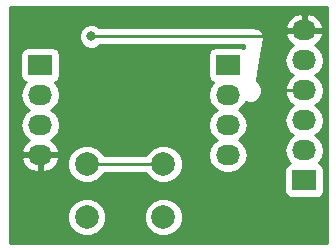
<source format=gbl>
G04 #@! TF.GenerationSoftware,KiCad,Pcbnew,(2017-01-24 revision 0b6147e)-makepkg*
G04 #@! TF.CreationDate,2017-01-29T22:57:48+05:30*
G04 #@! TF.ProjectId,attiny13a,617474696E793133612E6B696361645F,0.1*
G04 #@! TF.FileFunction,Copper,L2,Bot,Signal*
G04 #@! TF.FilePolarity,Positive*
%FSLAX46Y46*%
G04 Gerber Fmt 4.6, Leading zero omitted, Abs format (unit mm)*
G04 Created by KiCad (PCBNEW (2017-01-24 revision 0b6147e)-makepkg) date 01/29/17 22:57:48*
%MOMM*%
%LPD*%
G01*
G04 APERTURE LIST*
%ADD10C,0.100000*%
%ADD11C,2.000000*%
%ADD12O,2.032000X1.727200*%
%ADD13R,2.032000X1.727200*%
%ADD14C,0.800000*%
%ADD15C,0.250000*%
%ADD16C,0.254000*%
G04 APERTURE END LIST*
D10*
D11*
X126873000Y-102036000D03*
X126873000Y-97536000D03*
X133373000Y-102036000D03*
X133373000Y-97536000D03*
D12*
X138811000Y-96774000D03*
X138811000Y-94234000D03*
X138811000Y-91694000D03*
D13*
X138811000Y-89154000D03*
X122936000Y-89154000D03*
D12*
X122936000Y-91694000D03*
X122936000Y-94234000D03*
X122936000Y-96774000D03*
X145288000Y-86233000D03*
X145288000Y-88773000D03*
X145288000Y-91313000D03*
X145288000Y-93853000D03*
X145288000Y-96393000D03*
D13*
X145288000Y-98933000D03*
D14*
X127254000Y-86741000D03*
D15*
X145288000Y-91313000D02*
X142367000Y-91313000D01*
X128016000Y-86741000D02*
X127254000Y-86741000D01*
X141097000Y-86741000D02*
X128016000Y-86741000D01*
X142240000Y-86741000D02*
X141097000Y-86741000D01*
X142240000Y-91186000D02*
X142240000Y-86741000D01*
X142367000Y-91313000D02*
X142240000Y-91186000D01*
X126873000Y-97536000D02*
X133373000Y-97536000D01*
D16*
G36*
X147193000Y-104192000D02*
X120344000Y-104192000D01*
X120344000Y-102359795D01*
X125237716Y-102359795D01*
X125486106Y-102960943D01*
X125945637Y-103421278D01*
X126546352Y-103670716D01*
X127196795Y-103671284D01*
X127797943Y-103422894D01*
X128258278Y-102963363D01*
X128507716Y-102362648D01*
X128507718Y-102359795D01*
X131737716Y-102359795D01*
X131986106Y-102960943D01*
X132445637Y-103421278D01*
X133046352Y-103670716D01*
X133696795Y-103671284D01*
X134297943Y-103422894D01*
X134758278Y-102963363D01*
X135007716Y-102362648D01*
X135008284Y-101712205D01*
X134759894Y-101111057D01*
X134300363Y-100650722D01*
X133699648Y-100401284D01*
X133049205Y-100400716D01*
X132448057Y-100649106D01*
X131987722Y-101108637D01*
X131738284Y-101709352D01*
X131737716Y-102359795D01*
X128507718Y-102359795D01*
X128508284Y-101712205D01*
X128259894Y-101111057D01*
X127800363Y-100650722D01*
X127199648Y-100401284D01*
X126549205Y-100400716D01*
X125948057Y-100649106D01*
X125487722Y-101108637D01*
X125238284Y-101709352D01*
X125237716Y-102359795D01*
X120344000Y-102359795D01*
X120344000Y-97133026D01*
X121328642Y-97133026D01*
X121331291Y-97148791D01*
X121585268Y-97676036D01*
X122021680Y-98065954D01*
X122574087Y-98259184D01*
X122809000Y-98114924D01*
X122809000Y-96901000D01*
X123063000Y-96901000D01*
X123063000Y-98114924D01*
X123297913Y-98259184D01*
X123850320Y-98065954D01*
X124081061Y-97859795D01*
X125237716Y-97859795D01*
X125486106Y-98460943D01*
X125945637Y-98921278D01*
X126546352Y-99170716D01*
X127196795Y-99171284D01*
X127797943Y-98922894D01*
X128258278Y-98463363D01*
X128327773Y-98296000D01*
X131917953Y-98296000D01*
X131986106Y-98460943D01*
X132445637Y-98921278D01*
X133046352Y-99170716D01*
X133696795Y-99171284D01*
X134297943Y-98922894D01*
X134758278Y-98463363D01*
X135007716Y-97862648D01*
X135008284Y-97212205D01*
X134759894Y-96611057D01*
X134300363Y-96150722D01*
X133699648Y-95901284D01*
X133049205Y-95900716D01*
X132448057Y-96149106D01*
X131987722Y-96608637D01*
X131918227Y-96776000D01*
X128328047Y-96776000D01*
X128259894Y-96611057D01*
X127800363Y-96150722D01*
X127199648Y-95901284D01*
X126549205Y-95900716D01*
X125948057Y-96149106D01*
X125487722Y-96608637D01*
X125238284Y-97209352D01*
X125237716Y-97859795D01*
X124081061Y-97859795D01*
X124286732Y-97676036D01*
X124540709Y-97148791D01*
X124543358Y-97133026D01*
X124422217Y-96901000D01*
X123063000Y-96901000D01*
X122809000Y-96901000D01*
X121449783Y-96901000D01*
X121328642Y-97133026D01*
X120344000Y-97133026D01*
X120344000Y-91694000D01*
X121252655Y-91694000D01*
X121366729Y-92267489D01*
X121691585Y-92753670D01*
X122006366Y-92964000D01*
X121691585Y-93174330D01*
X121366729Y-93660511D01*
X121252655Y-94234000D01*
X121366729Y-94807489D01*
X121691585Y-95293670D01*
X122001069Y-95500461D01*
X121585268Y-95871964D01*
X121331291Y-96399209D01*
X121328642Y-96414974D01*
X121449783Y-96647000D01*
X122809000Y-96647000D01*
X122809000Y-96627000D01*
X123063000Y-96627000D01*
X123063000Y-96647000D01*
X124422217Y-96647000D01*
X124543358Y-96414974D01*
X124540709Y-96399209D01*
X124286732Y-95871964D01*
X123870931Y-95500461D01*
X124180415Y-95293670D01*
X124505271Y-94807489D01*
X124619345Y-94234000D01*
X124505271Y-93660511D01*
X124180415Y-93174330D01*
X123865634Y-92964000D01*
X124180415Y-92753670D01*
X124505271Y-92267489D01*
X124619345Y-91694000D01*
X124505271Y-91120511D01*
X124180415Y-90634330D01*
X124163434Y-90622984D01*
X124199765Y-90615757D01*
X124409809Y-90475409D01*
X124550157Y-90265365D01*
X124599440Y-90017600D01*
X124599440Y-88290400D01*
X124550157Y-88042635D01*
X124409809Y-87832591D01*
X124199765Y-87692243D01*
X123952000Y-87642960D01*
X121920000Y-87642960D01*
X121672235Y-87692243D01*
X121462191Y-87832591D01*
X121321843Y-88042635D01*
X121272560Y-88290400D01*
X121272560Y-90017600D01*
X121321843Y-90265365D01*
X121462191Y-90475409D01*
X121672235Y-90615757D01*
X121708566Y-90622984D01*
X121691585Y-90634330D01*
X121366729Y-91120511D01*
X121252655Y-91694000D01*
X120344000Y-91694000D01*
X120344000Y-86945971D01*
X126218821Y-86945971D01*
X126376058Y-87326515D01*
X126666954Y-87617919D01*
X127047223Y-87775820D01*
X127458971Y-87776179D01*
X127839515Y-87618942D01*
X127957663Y-87501000D01*
X140217061Y-87501000D01*
X140178722Y-87761706D01*
X140074765Y-87692243D01*
X139827000Y-87642960D01*
X137795000Y-87642960D01*
X137547235Y-87692243D01*
X137337191Y-87832591D01*
X137196843Y-88042635D01*
X137147560Y-88290400D01*
X137147560Y-90017600D01*
X137196843Y-90265365D01*
X137337191Y-90475409D01*
X137547235Y-90615757D01*
X137583566Y-90622984D01*
X137566585Y-90634330D01*
X137241729Y-91120511D01*
X137127655Y-91694000D01*
X137241729Y-92267489D01*
X137566585Y-92753670D01*
X137881366Y-92964000D01*
X137566585Y-93174330D01*
X137241729Y-93660511D01*
X137127655Y-94234000D01*
X137241729Y-94807489D01*
X137566585Y-95293670D01*
X137881366Y-95504000D01*
X137566585Y-95714330D01*
X137241729Y-96200511D01*
X137127655Y-96774000D01*
X137241729Y-97347489D01*
X137566585Y-97833670D01*
X138052766Y-98158526D01*
X138626255Y-98272600D01*
X138995745Y-98272600D01*
X139569234Y-98158526D01*
X140055415Y-97833670D01*
X140380271Y-97347489D01*
X140494345Y-96774000D01*
X140380271Y-96200511D01*
X140055415Y-95714330D01*
X139740634Y-95504000D01*
X140055415Y-95293670D01*
X140380271Y-94807489D01*
X140494345Y-94234000D01*
X140380271Y-93660511D01*
X140055415Y-93174330D01*
X139740634Y-92964000D01*
X140055415Y-92753670D01*
X140366261Y-92288457D01*
X140509223Y-92347820D01*
X140920971Y-92348179D01*
X141301515Y-92190942D01*
X141592919Y-91900046D01*
X141750820Y-91519777D01*
X141751179Y-91108029D01*
X141593942Y-90727485D01*
X141319374Y-90452438D01*
X141566350Y-88773000D01*
X143604655Y-88773000D01*
X143718729Y-89346489D01*
X144043585Y-89832670D01*
X144358366Y-90043000D01*
X144043585Y-90253330D01*
X143718729Y-90739511D01*
X143604655Y-91313000D01*
X143718729Y-91886489D01*
X144043585Y-92372670D01*
X144358366Y-92583000D01*
X144043585Y-92793330D01*
X143718729Y-93279511D01*
X143604655Y-93853000D01*
X143718729Y-94426489D01*
X144043585Y-94912670D01*
X144358366Y-95123000D01*
X144043585Y-95333330D01*
X143718729Y-95819511D01*
X143604655Y-96393000D01*
X143718729Y-96966489D01*
X144043585Y-97452670D01*
X144060566Y-97464016D01*
X144024235Y-97471243D01*
X143814191Y-97611591D01*
X143673843Y-97821635D01*
X143624560Y-98069400D01*
X143624560Y-99796600D01*
X143673843Y-100044365D01*
X143814191Y-100254409D01*
X144024235Y-100394757D01*
X144272000Y-100444040D01*
X146304000Y-100444040D01*
X146551765Y-100394757D01*
X146761809Y-100254409D01*
X146902157Y-100044365D01*
X146951440Y-99796600D01*
X146951440Y-98069400D01*
X146902157Y-97821635D01*
X146761809Y-97611591D01*
X146551765Y-97471243D01*
X146515434Y-97464016D01*
X146532415Y-97452670D01*
X146857271Y-96966489D01*
X146971345Y-96393000D01*
X146857271Y-95819511D01*
X146532415Y-95333330D01*
X146217634Y-95123000D01*
X146532415Y-94912670D01*
X146857271Y-94426489D01*
X146971345Y-93853000D01*
X146857271Y-93279511D01*
X146532415Y-92793330D01*
X146217634Y-92583000D01*
X146532415Y-92372670D01*
X146857271Y-91886489D01*
X146971345Y-91313000D01*
X146857271Y-90739511D01*
X146532415Y-90253330D01*
X146217634Y-90043000D01*
X146532415Y-89832670D01*
X146857271Y-89346489D01*
X146971345Y-88773000D01*
X146857271Y-88199511D01*
X146532415Y-87713330D01*
X146222931Y-87506539D01*
X146638732Y-87135036D01*
X146892709Y-86607791D01*
X146895358Y-86592026D01*
X146774217Y-86360000D01*
X145415000Y-86360000D01*
X145415000Y-86380000D01*
X145161000Y-86380000D01*
X145161000Y-86360000D01*
X143801783Y-86360000D01*
X143680642Y-86592026D01*
X143683291Y-86607791D01*
X143937268Y-87135036D01*
X144353069Y-87506539D01*
X144043585Y-87713330D01*
X143718729Y-88199511D01*
X143604655Y-88773000D01*
X141566350Y-88773000D01*
X141848913Y-86851576D01*
X141846102Y-86795786D01*
X141857000Y-86741000D01*
X141838709Y-86649047D01*
X141833992Y-86555415D01*
X141810046Y-86504949D01*
X141799148Y-86450161D01*
X141747061Y-86372208D01*
X141706871Y-86287506D01*
X141665435Y-86250045D01*
X141634401Y-86203599D01*
X141556445Y-86151511D01*
X141486902Y-86088639D01*
X141434286Y-86069887D01*
X141387839Y-86038852D01*
X141295888Y-86020562D01*
X141207575Y-85989087D01*
X141151787Y-85991898D01*
X141097000Y-85981000D01*
X127957761Y-85981000D01*
X127850922Y-85873974D01*
X143680642Y-85873974D01*
X143801783Y-86106000D01*
X145161000Y-86106000D01*
X145161000Y-84892076D01*
X145415000Y-84892076D01*
X145415000Y-86106000D01*
X146774217Y-86106000D01*
X146895358Y-85873974D01*
X146892709Y-85858209D01*
X146638732Y-85330964D01*
X146202320Y-84941046D01*
X145649913Y-84747816D01*
X145415000Y-84892076D01*
X145161000Y-84892076D01*
X144926087Y-84747816D01*
X144373680Y-84941046D01*
X143937268Y-85330964D01*
X143683291Y-85858209D01*
X143680642Y-85873974D01*
X127850922Y-85873974D01*
X127841046Y-85864081D01*
X127460777Y-85706180D01*
X127049029Y-85705821D01*
X126668485Y-85863058D01*
X126377081Y-86153954D01*
X126219180Y-86534223D01*
X126218821Y-86945971D01*
X120344000Y-86945971D01*
X120344000Y-84276000D01*
X147193000Y-84276000D01*
X147193000Y-104192000D01*
X147193000Y-104192000D01*
G37*
X147193000Y-104192000D02*
X120344000Y-104192000D01*
X120344000Y-102359795D01*
X125237716Y-102359795D01*
X125486106Y-102960943D01*
X125945637Y-103421278D01*
X126546352Y-103670716D01*
X127196795Y-103671284D01*
X127797943Y-103422894D01*
X128258278Y-102963363D01*
X128507716Y-102362648D01*
X128507718Y-102359795D01*
X131737716Y-102359795D01*
X131986106Y-102960943D01*
X132445637Y-103421278D01*
X133046352Y-103670716D01*
X133696795Y-103671284D01*
X134297943Y-103422894D01*
X134758278Y-102963363D01*
X135007716Y-102362648D01*
X135008284Y-101712205D01*
X134759894Y-101111057D01*
X134300363Y-100650722D01*
X133699648Y-100401284D01*
X133049205Y-100400716D01*
X132448057Y-100649106D01*
X131987722Y-101108637D01*
X131738284Y-101709352D01*
X131737716Y-102359795D01*
X128507718Y-102359795D01*
X128508284Y-101712205D01*
X128259894Y-101111057D01*
X127800363Y-100650722D01*
X127199648Y-100401284D01*
X126549205Y-100400716D01*
X125948057Y-100649106D01*
X125487722Y-101108637D01*
X125238284Y-101709352D01*
X125237716Y-102359795D01*
X120344000Y-102359795D01*
X120344000Y-97133026D01*
X121328642Y-97133026D01*
X121331291Y-97148791D01*
X121585268Y-97676036D01*
X122021680Y-98065954D01*
X122574087Y-98259184D01*
X122809000Y-98114924D01*
X122809000Y-96901000D01*
X123063000Y-96901000D01*
X123063000Y-98114924D01*
X123297913Y-98259184D01*
X123850320Y-98065954D01*
X124081061Y-97859795D01*
X125237716Y-97859795D01*
X125486106Y-98460943D01*
X125945637Y-98921278D01*
X126546352Y-99170716D01*
X127196795Y-99171284D01*
X127797943Y-98922894D01*
X128258278Y-98463363D01*
X128327773Y-98296000D01*
X131917953Y-98296000D01*
X131986106Y-98460943D01*
X132445637Y-98921278D01*
X133046352Y-99170716D01*
X133696795Y-99171284D01*
X134297943Y-98922894D01*
X134758278Y-98463363D01*
X135007716Y-97862648D01*
X135008284Y-97212205D01*
X134759894Y-96611057D01*
X134300363Y-96150722D01*
X133699648Y-95901284D01*
X133049205Y-95900716D01*
X132448057Y-96149106D01*
X131987722Y-96608637D01*
X131918227Y-96776000D01*
X128328047Y-96776000D01*
X128259894Y-96611057D01*
X127800363Y-96150722D01*
X127199648Y-95901284D01*
X126549205Y-95900716D01*
X125948057Y-96149106D01*
X125487722Y-96608637D01*
X125238284Y-97209352D01*
X125237716Y-97859795D01*
X124081061Y-97859795D01*
X124286732Y-97676036D01*
X124540709Y-97148791D01*
X124543358Y-97133026D01*
X124422217Y-96901000D01*
X123063000Y-96901000D01*
X122809000Y-96901000D01*
X121449783Y-96901000D01*
X121328642Y-97133026D01*
X120344000Y-97133026D01*
X120344000Y-91694000D01*
X121252655Y-91694000D01*
X121366729Y-92267489D01*
X121691585Y-92753670D01*
X122006366Y-92964000D01*
X121691585Y-93174330D01*
X121366729Y-93660511D01*
X121252655Y-94234000D01*
X121366729Y-94807489D01*
X121691585Y-95293670D01*
X122001069Y-95500461D01*
X121585268Y-95871964D01*
X121331291Y-96399209D01*
X121328642Y-96414974D01*
X121449783Y-96647000D01*
X122809000Y-96647000D01*
X122809000Y-96627000D01*
X123063000Y-96627000D01*
X123063000Y-96647000D01*
X124422217Y-96647000D01*
X124543358Y-96414974D01*
X124540709Y-96399209D01*
X124286732Y-95871964D01*
X123870931Y-95500461D01*
X124180415Y-95293670D01*
X124505271Y-94807489D01*
X124619345Y-94234000D01*
X124505271Y-93660511D01*
X124180415Y-93174330D01*
X123865634Y-92964000D01*
X124180415Y-92753670D01*
X124505271Y-92267489D01*
X124619345Y-91694000D01*
X124505271Y-91120511D01*
X124180415Y-90634330D01*
X124163434Y-90622984D01*
X124199765Y-90615757D01*
X124409809Y-90475409D01*
X124550157Y-90265365D01*
X124599440Y-90017600D01*
X124599440Y-88290400D01*
X124550157Y-88042635D01*
X124409809Y-87832591D01*
X124199765Y-87692243D01*
X123952000Y-87642960D01*
X121920000Y-87642960D01*
X121672235Y-87692243D01*
X121462191Y-87832591D01*
X121321843Y-88042635D01*
X121272560Y-88290400D01*
X121272560Y-90017600D01*
X121321843Y-90265365D01*
X121462191Y-90475409D01*
X121672235Y-90615757D01*
X121708566Y-90622984D01*
X121691585Y-90634330D01*
X121366729Y-91120511D01*
X121252655Y-91694000D01*
X120344000Y-91694000D01*
X120344000Y-86945971D01*
X126218821Y-86945971D01*
X126376058Y-87326515D01*
X126666954Y-87617919D01*
X127047223Y-87775820D01*
X127458971Y-87776179D01*
X127839515Y-87618942D01*
X127957663Y-87501000D01*
X140217061Y-87501000D01*
X140178722Y-87761706D01*
X140074765Y-87692243D01*
X139827000Y-87642960D01*
X137795000Y-87642960D01*
X137547235Y-87692243D01*
X137337191Y-87832591D01*
X137196843Y-88042635D01*
X137147560Y-88290400D01*
X137147560Y-90017600D01*
X137196843Y-90265365D01*
X137337191Y-90475409D01*
X137547235Y-90615757D01*
X137583566Y-90622984D01*
X137566585Y-90634330D01*
X137241729Y-91120511D01*
X137127655Y-91694000D01*
X137241729Y-92267489D01*
X137566585Y-92753670D01*
X137881366Y-92964000D01*
X137566585Y-93174330D01*
X137241729Y-93660511D01*
X137127655Y-94234000D01*
X137241729Y-94807489D01*
X137566585Y-95293670D01*
X137881366Y-95504000D01*
X137566585Y-95714330D01*
X137241729Y-96200511D01*
X137127655Y-96774000D01*
X137241729Y-97347489D01*
X137566585Y-97833670D01*
X138052766Y-98158526D01*
X138626255Y-98272600D01*
X138995745Y-98272600D01*
X139569234Y-98158526D01*
X140055415Y-97833670D01*
X140380271Y-97347489D01*
X140494345Y-96774000D01*
X140380271Y-96200511D01*
X140055415Y-95714330D01*
X139740634Y-95504000D01*
X140055415Y-95293670D01*
X140380271Y-94807489D01*
X140494345Y-94234000D01*
X140380271Y-93660511D01*
X140055415Y-93174330D01*
X139740634Y-92964000D01*
X140055415Y-92753670D01*
X140366261Y-92288457D01*
X140509223Y-92347820D01*
X140920971Y-92348179D01*
X141301515Y-92190942D01*
X141592919Y-91900046D01*
X141750820Y-91519777D01*
X141751179Y-91108029D01*
X141593942Y-90727485D01*
X141319374Y-90452438D01*
X141566350Y-88773000D01*
X143604655Y-88773000D01*
X143718729Y-89346489D01*
X144043585Y-89832670D01*
X144358366Y-90043000D01*
X144043585Y-90253330D01*
X143718729Y-90739511D01*
X143604655Y-91313000D01*
X143718729Y-91886489D01*
X144043585Y-92372670D01*
X144358366Y-92583000D01*
X144043585Y-92793330D01*
X143718729Y-93279511D01*
X143604655Y-93853000D01*
X143718729Y-94426489D01*
X144043585Y-94912670D01*
X144358366Y-95123000D01*
X144043585Y-95333330D01*
X143718729Y-95819511D01*
X143604655Y-96393000D01*
X143718729Y-96966489D01*
X144043585Y-97452670D01*
X144060566Y-97464016D01*
X144024235Y-97471243D01*
X143814191Y-97611591D01*
X143673843Y-97821635D01*
X143624560Y-98069400D01*
X143624560Y-99796600D01*
X143673843Y-100044365D01*
X143814191Y-100254409D01*
X144024235Y-100394757D01*
X144272000Y-100444040D01*
X146304000Y-100444040D01*
X146551765Y-100394757D01*
X146761809Y-100254409D01*
X146902157Y-100044365D01*
X146951440Y-99796600D01*
X146951440Y-98069400D01*
X146902157Y-97821635D01*
X146761809Y-97611591D01*
X146551765Y-97471243D01*
X146515434Y-97464016D01*
X146532415Y-97452670D01*
X146857271Y-96966489D01*
X146971345Y-96393000D01*
X146857271Y-95819511D01*
X146532415Y-95333330D01*
X146217634Y-95123000D01*
X146532415Y-94912670D01*
X146857271Y-94426489D01*
X146971345Y-93853000D01*
X146857271Y-93279511D01*
X146532415Y-92793330D01*
X146217634Y-92583000D01*
X146532415Y-92372670D01*
X146857271Y-91886489D01*
X146971345Y-91313000D01*
X146857271Y-90739511D01*
X146532415Y-90253330D01*
X146217634Y-90043000D01*
X146532415Y-89832670D01*
X146857271Y-89346489D01*
X146971345Y-88773000D01*
X146857271Y-88199511D01*
X146532415Y-87713330D01*
X146222931Y-87506539D01*
X146638732Y-87135036D01*
X146892709Y-86607791D01*
X146895358Y-86592026D01*
X146774217Y-86360000D01*
X145415000Y-86360000D01*
X145415000Y-86380000D01*
X145161000Y-86380000D01*
X145161000Y-86360000D01*
X143801783Y-86360000D01*
X143680642Y-86592026D01*
X143683291Y-86607791D01*
X143937268Y-87135036D01*
X144353069Y-87506539D01*
X144043585Y-87713330D01*
X143718729Y-88199511D01*
X143604655Y-88773000D01*
X141566350Y-88773000D01*
X141848913Y-86851576D01*
X141846102Y-86795786D01*
X141857000Y-86741000D01*
X141838709Y-86649047D01*
X141833992Y-86555415D01*
X141810046Y-86504949D01*
X141799148Y-86450161D01*
X141747061Y-86372208D01*
X141706871Y-86287506D01*
X141665435Y-86250045D01*
X141634401Y-86203599D01*
X141556445Y-86151511D01*
X141486902Y-86088639D01*
X141434286Y-86069887D01*
X141387839Y-86038852D01*
X141295888Y-86020562D01*
X141207575Y-85989087D01*
X141151787Y-85991898D01*
X141097000Y-85981000D01*
X127957761Y-85981000D01*
X127850922Y-85873974D01*
X143680642Y-85873974D01*
X143801783Y-86106000D01*
X145161000Y-86106000D01*
X145161000Y-84892076D01*
X145415000Y-84892076D01*
X145415000Y-86106000D01*
X146774217Y-86106000D01*
X146895358Y-85873974D01*
X146892709Y-85858209D01*
X146638732Y-85330964D01*
X146202320Y-84941046D01*
X145649913Y-84747816D01*
X145415000Y-84892076D01*
X145161000Y-84892076D01*
X144926087Y-84747816D01*
X144373680Y-84941046D01*
X143937268Y-85330964D01*
X143683291Y-85858209D01*
X143680642Y-85873974D01*
X127850922Y-85873974D01*
X127841046Y-85864081D01*
X127460777Y-85706180D01*
X127049029Y-85705821D01*
X126668485Y-85863058D01*
X126377081Y-86153954D01*
X126219180Y-86534223D01*
X126218821Y-86945971D01*
X120344000Y-86945971D01*
X120344000Y-84276000D01*
X147193000Y-84276000D01*
X147193000Y-104192000D01*
M02*

</source>
